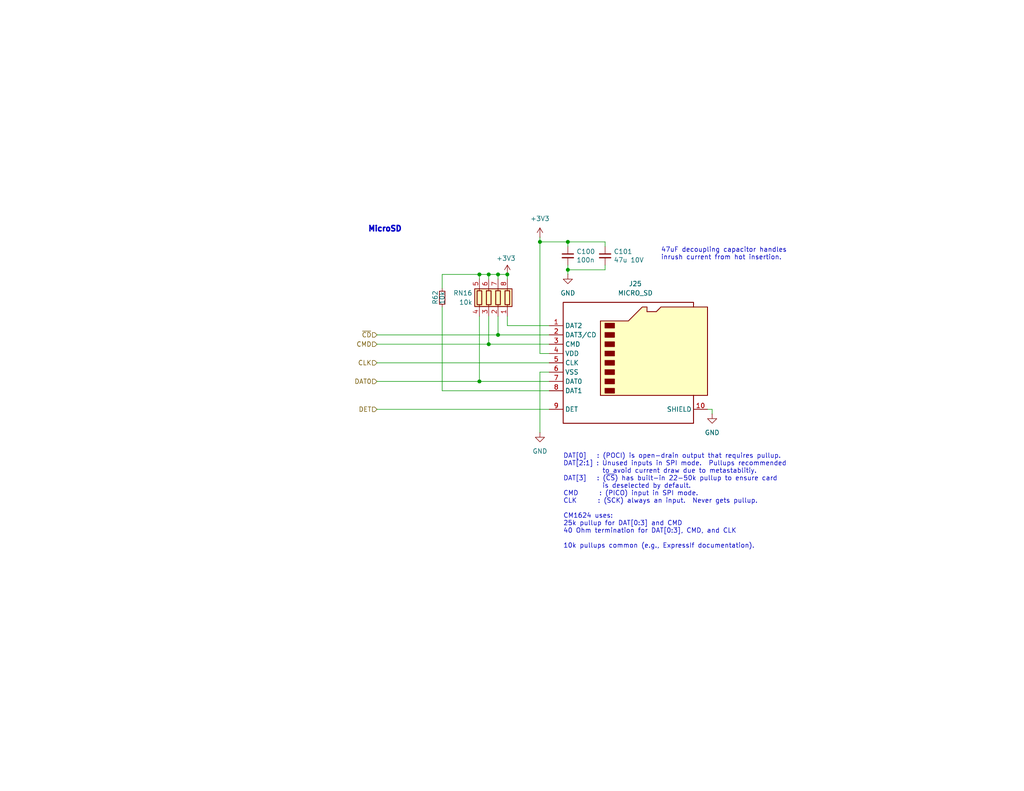
<source format=kicad_sch>
(kicad_sch (version 20231120) (generator "eeschema") (generator_version "8.0")
  (paper "A")
  (title_block (title "EconoPET 40/8096") (date "2023-10-01") (rev "A"))
  (lib_symbols
    (symbol "Connector:Micro_SD_Card_Det1"
      (property "Reference" "J" (at -16.51 17.78 0))
      (property "Value" "Micro_SD_Card_Det1" (at 16.51 17.78 0))
      (symbol "Micro_SD_Card_Det1_0_1"
        (rectangle (start -7.62 -6.985) (end -5.08 -8.255) (stroke (width 0.254)) (fill (type outline)))
        (rectangle (start -7.62 -4.445) (end -5.08 -5.715) (stroke (width 0.254)) (fill (type outline)))
        (rectangle (start -7.62 -1.905) (end -5.08 -3.175) (stroke (width 0.254)) (fill (type outline)))
        (rectangle (start -7.62 0.635) (end -5.08 -0.635) (stroke (width 0.254)) (fill (type outline)))
        (rectangle (start -7.62 3.175) (end -5.08 1.905) (stroke (width 0.254)) (fill (type outline)))
        (rectangle (start -7.62 5.715) (end -5.08 4.445) (stroke (width 0.254)) (fill (type outline)))
        (rectangle (start -7.62 8.255) (end -5.08 6.985) (stroke (width 0.254)) (fill (type outline)))
        (rectangle (start -7.62 10.795) (end -5.08 9.525) (stroke (width 0.254)) (fill (type outline)))
        (polyline (pts (xy 16.51 15.24) (xy 16.51 16.51) (xy -19.05 16.51) (xy -19.05 -16.51) (xy 16.51 -16.51) (xy 16.51 -8.89)) (stroke (width 0.254)))
        (polyline (pts (xy -8.89 -8.89) (xy -8.89 11.43) (xy -1.27 11.43) (xy 2.54 15.24) (xy 3.81 15.24) (xy 3.81 13.97) (xy 6.35 13.97) (xy 7.62 15.24) (xy 20.32 15.24) (xy 20.32 -8.89) (xy -8.89 -8.89)) (stroke (width 0.254)) (fill (type background)))
      )
      (symbol "Micro_SD_Card_Det1_1_1"
        (pin bidirectional line (at -22.86 10.16 0) (length 3.81) (name "DAT2") (number "1"))
        (pin passive line (at 20.32 -12.7 180) (length 3.81) (name "SHIELD") (number "10"))
        (pin bidirectional line (at -22.86 7.62 0) (length 3.81) (name "DAT3/CD") (number "2"))
        (pin input line (at -22.86 5.08 0) (length 3.81) (name "CMD") (number "3"))
        (pin power_in line (at -22.86 2.54 0) (length 3.81) (name "VDD") (number "4"))
        (pin input line (at -22.86 0 0) (length 3.81) (name "CLK") (number "5"))
        (pin power_in line (at -22.86 -2.54 0) (length 3.81) (name "VSS") (number "6"))
        (pin bidirectional line (at -22.86 -5.08 0) (length 3.81) (name "DAT0") (number "7"))
        (pin bidirectional line (at -22.86 -7.62 0) (length 3.81) (name "DAT1") (number "8"))
        (pin passive line (at -22.86 -12.7 0) (length 3.81) (name "DET") (number "9"))
      )
    )
    (symbol "Device:C_Small" (pin_numbers hide) (pin_names (offset 0.254) hide)
      (property "Reference" "C" (at 0.254 1.778 0))
      (property "Value" "C_Small" (at 0.254 -2.032 0))
      (symbol "C_Small_0_1"
        (polyline (pts (xy -1.524 -0.508) (xy 1.524 -0.508)) (stroke (width 0.3302)))
        (polyline (pts (xy -1.524 0.508) (xy 1.524 0.508)) (stroke (width 0.3048)))
      )
      (symbol "C_Small_1_1"
        (pin passive line (at 0 2.54 270) (length 2.032) (name "~") (number "1"))
        (pin passive line (at 0 -2.54 90) (length 2.032) (name "~") (number "2"))
      )
    )
    (symbol "Device:R_Pack04" (pin_names (offset 0) hide)
      (property "Reference" "RN" (at -7.62 0 90))
      (property "Value" "R_Pack04" (at 5.08 0 90))
      (symbol "R_Pack04_0_1"
        (rectangle (start -6.35 -2.413) (end 3.81 2.413) (stroke (width 0.254)) (fill (type background)))
        (rectangle (start -5.715 1.905) (end -4.445 -1.905) (stroke (width 0.254)))
        (rectangle (start -3.175 1.905) (end -1.905 -1.905) (stroke (width 0.254)))
        (rectangle (start -0.635 1.905) (end 0.635 -1.905) (stroke (width 0.254)))
        (polyline (pts (xy -5.08 -2.54) (xy -5.08 -1.905)))
        (polyline (pts (xy -5.08 1.905) (xy -5.08 2.54)))
        (polyline (pts (xy -2.54 -2.54) (xy -2.54 -1.905)))
        (polyline (pts (xy -2.54 1.905) (xy -2.54 2.54)))
        (polyline (pts (xy 0 -2.54) (xy 0 -1.905)))
        (polyline (pts (xy 0 1.905) (xy 0 2.54)))
        (polyline (pts (xy 2.54 -2.54) (xy 2.54 -1.905)))
        (polyline (pts (xy 2.54 1.905) (xy 2.54 2.54)))
        (rectangle (start 1.905 1.905) (end 3.175 -1.905) (stroke (width 0.254)))
      )
      (symbol "R_Pack04_1_1"
        (pin passive line (at -5.08 -5.08 90) (length 2.54) (name "R1.1") (number "1"))
        (pin passive line (at -2.54 -5.08 90) (length 2.54) (name "R2.1") (number "2"))
        (pin passive line (at 0 -5.08 90) (length 2.54) (name "R3.1") (number "3"))
        (pin passive line (at 2.54 -5.08 90) (length 2.54) (name "R4.1") (number "4"))
        (pin passive line (at 2.54 5.08 270) (length 2.54) (name "R4.2") (number "5"))
        (pin passive line (at 0 5.08 270) (length 2.54) (name "R3.2") (number "6"))
        (pin passive line (at -2.54 5.08 270) (length 2.54) (name "R2.2") (number "7"))
        (pin passive line (at -5.08 5.08 270) (length 2.54) (name "R1.2") (number "8"))
      )
    )
    (symbol "Device:R_Small" (pin_numbers hide) (pin_names (offset 0.254) hide)
      (property "Reference" "R" (at 0.762 0.508 0))
      (property "Value" "R_Small" (at 0.762 -1.016 0))
      (symbol "R_Small_0_1"
        (rectangle (start -0.762 1.778) (end 0.762 -1.778) (stroke (width 0.2032)))
      )
      (symbol "R_Small_1_1"
        (pin passive line (at 0 2.54 270) (length 0.762) (name "~") (number "1"))
        (pin passive line (at 0 -2.54 90) (length 0.762) (name "~") (number "2"))
      )
    )
    (symbol "power:+3V3" (power) (pin_numbers hide) (pin_names (offset 0) hide)
      (property "Value" "+3V3" (at 0 3.556 0))
      (symbol "+3V3_0_1"
        (polyline (pts (xy -0.762 1.27) (xy 0 2.54)))
        (polyline (pts (xy 0 0) (xy 0 2.54)))
        (polyline (pts (xy 0 2.54) (xy 0.762 1.27)))
      )
      (symbol "+3V3_1_1"
        (pin power_in line (at 0 0 90) (length 0) (name "~") (number "1"))
      )
    )
    (symbol "power:GND" (power) (pin_numbers hide) (pin_names (offset 0) hide)
      (property "Value" "GND" (at 0 -3.81 0))
      (symbol "GND_0_1"
        (polyline (pts (xy 0 0) (xy 0 -1.27) (xy 1.27 -1.27) (xy 0 -2.54) (xy -1.27 -1.27) (xy 0 -1.27)))
      )
      (symbol "GND_1_1"
        (pin power_in line (at 0 0 270) (length 0) (name "~") (number "1"))
      )
    )
  )
  (junction (at 130.81 104.14))
  (junction (at 130.81 74.93))
  (junction (at 154.94 73.66))
  (junction (at 154.94 66.04))
  (junction (at 147.32 66.04))
  (junction (at 135.89 91.44))
  (junction (at 135.89 74.93))
  (junction (at 138.43 74.93))
  (junction (at 133.35 93.98))
  (junction (at 133.35 74.93))
  (wire (pts (xy 165.1 73.66) (xy 165.1 72.39)))
  (wire (pts (xy 193.04 111.76) (xy 194.31 111.76)))
  (wire (pts (xy 149.86 96.52) (xy 147.32 96.52)))
  (wire (pts (xy 120.65 106.68) (xy 149.86 106.68)))
  (wire (pts (xy 120.65 74.93) (xy 130.81 74.93)))
  (wire (pts (xy 133.35 74.93) (xy 135.89 74.93)))
  (wire (pts (xy 130.81 74.93) (xy 133.35 74.93)))
  (wire (pts (xy 154.94 73.66) (xy 154.94 72.39)))
  (wire (pts (xy 149.86 88.9) (xy 138.43 88.9)))
  (wire (pts (xy 130.81 76.2) (xy 130.81 74.93)))
  (wire (pts (xy 154.94 67.31) (xy 154.94 66.04)))
  (wire (pts (xy 154.94 74.93) (xy 154.94 73.66)))
  (wire (pts (xy 147.32 101.6) (xy 147.32 118.11)))
  (wire (pts (xy 102.87 91.44) (xy 135.89 91.44)))
  (wire (pts (xy 147.32 64.77) (xy 147.32 66.04)))
  (wire (pts (xy 165.1 66.04) (xy 165.1 67.31)))
  (wire (pts (xy 120.65 78.74) (xy 120.65 74.93)))
  (wire (pts (xy 130.81 104.14) (xy 149.86 104.14)))
  (wire (pts (xy 102.87 111.76) (xy 149.86 111.76)))
  (wire (pts (xy 135.89 86.36) (xy 135.89 91.44)))
  (wire (pts (xy 133.35 86.36) (xy 133.35 93.98)))
  (wire (pts (xy 130.81 86.36) (xy 130.81 104.14)))
  (wire (pts (xy 102.87 99.06) (xy 149.86 99.06)))
  (wire (pts (xy 138.43 74.93) (xy 138.43 76.2)))
  (wire (pts (xy 147.32 66.04) (xy 154.94 66.04)))
  (wire (pts (xy 194.31 111.76) (xy 194.31 113.03)))
  (wire (pts (xy 149.86 101.6) (xy 147.32 101.6)))
  (wire (pts (xy 147.32 66.04) (xy 147.32 96.52)))
  (wire (pts (xy 133.35 93.98) (xy 149.86 93.98)))
  (wire (pts (xy 102.87 104.14) (xy 130.81 104.14)))
  (wire (pts (xy 135.89 91.44) (xy 149.86 91.44)))
  (wire (pts (xy 120.65 106.68) (xy 120.65 83.82)))
  (wire (pts (xy 102.87 93.98) (xy 133.35 93.98)))
  (wire (pts (xy 154.94 73.66) (xy 165.1 73.66)))
  (wire (pts (xy 138.43 86.36) (xy 138.43 88.9)))
  (wire (pts (xy 135.89 74.93) (xy 135.89 76.2)))
  (wire (pts (xy 135.89 74.93) (xy 138.43 74.93)))
  (wire (pts (xy 154.94 66.04) (xy 165.1 66.04)))
  (wire (pts (xy 133.35 74.93) (xy 133.35 76.2)))
  (text "47uF decoupling capacitor handles\ninrush current from hot insertion." (at 180.34 71.12 0) (effects (font (size 1.27 1.27)) (justify left bottom)))
  (text "DAT[0]   : (POCI) is open-drain output that requires pullup.\nDAT[2:1] : Unused inputs in SPI mode.  Pullups recommended\n           to avoid current draw due to metastablitiy.\nDAT[3]   : (~{CS}) has built-in 22-50k pullup to ensure card\n           is deselected by default.\nCMD      : (PICO) input in SPI mode.\nCLK      : (SCK) always an input.  Never gets pullup.\n\nCM1624 uses:\n25k pullup for DAT[0:3] and CMD\n40 Ohm termination for DAT[0:3], CMD, and CLK\n\n10k pullups common (e.g., ExpressIf documentation)." (at 153.67 149.86 0) (effects (font (size 1.27 1.27)) (justify left bottom)))
  (text "MicroSD" (at 100.33 63.5 0) (effects (font (size 1.5 1.5) (thickness 0.8) (bold yes)) (justify left bottom)))
  (hierarchical_label "CLK" (shape input) (at 102.87 99.06 180))
  (hierarchical_label "~{CD}" (shape input) (at 102.87 91.44 180))
  (hierarchical_label "DAT0" (shape input) (at 102.87 104.14 180))
  (hierarchical_label "CMD" (shape input) (at 102.87 93.98 180))
  (hierarchical_label "DET" (shape input) (at 102.87 111.76 180))
  (symbol (lib_id "power:+3V3") (at 138.43 74.93 0) (mirror y) (unit 1)
    (property "Reference" "#PWR0166" (effects (hide yes)))
    (property "Value" "+3V3" (at 138.049 70.5358 0))
    (property "Description" "Power symbol creates a global label with name \"+3V3\"" (effects (hide yes)))
  )
  (symbol (lib_id "power:+3V3") (at 147.32 64.77 0) (unit 1)
    (property "Reference" "#PWR0167" (effects (hide yes)))
    (property "Value" "+3V3" (at 147.32 59.69 0))
    (property "Description" "Power symbol creates a global label with name \"+3V3\"" (effects (hide yes)))
  )
  (symbol (lib_id "Connector:Micro_SD_Card_Det1") (at 172.72 99.06 0) (unit 1)
    (property "Reference" "J25" (at 173.355 77.47 0))
    (property "Value" "MICRO_SD" (at 173.355 80.01 0))
    (property "Footprint" "JLCPCB:TF-SMD_TF-PUSH" (effects (hide yes)))
    (property "Datasheet" "https://datasheet.lcsc.com/lcsc/1912111437_SHOU-HAN-TF-PUSH_C393941.pdf" (effects (hide yes)))
    (property "Description" "Micro SD Card Socket with one card detection pin" (effects (hide yes)))
    (property "LCSC" "C393941" (effects (hide yes)))
  )
  (symbol (lib_id "power:GND") (at 194.31 113.03 0) (unit 1)
    (property "Reference" "#PWR0170" (effects (hide yes)))
    (property "Value" "GND" (at 194.31 118.11 0))
    (property "Description" "Power symbol creates a global label with name \"GND\" , ground" (effects (hide yes)))
  )
  (symbol (lib_id "Device:R_Pack04") (at 133.35 81.28 0) (mirror y) (unit 1)
    (property "Reference" "RN16" (at 128.905 80.01 0) (effects (justify left)))
    (property "Value" "10k" (at 128.905 82.55 0) (effects (justify left)))
    (property "Footprint" "Resistor_SMD:R_Array_Convex_4x0603" (effects (hide yes)))
    (property "Datasheet" "https://datasheet.lcsc.com/lcsc/2304140030_UNI-ROYAL-Uniroyal-Elec-4D03WGJ0103T5E_C29718.pdf" (effects (hide yes)))
    (property "Description" "4 resistor network, parallel topology" (effects (hide yes)))
    (property "LCSC" "C29718" (effects (hide yes)))
  )
  (symbol (lib_id "power:GND") (at 147.32 118.11 0) (unit 1)
    (property "Reference" "#PWR0168" (effects (hide yes)))
    (property "Value" "GND" (at 147.32 123.19 0))
    (property "Description" "Power symbol creates a global label with name \"GND\" , ground" (effects (hide yes)))
  )
  (symbol (lib_id "Device:R_Small") (at 120.65 81.28 0) (unit 1)
    (property "Reference" "R62" (at 118.745 83.185 90) (effects (justify left)))
    (property "Value" "10k" (at 120.65 83.185 90) (effects (justify left)))
    (property "Footprint" "Resistor_SMD:R_0402_1005Metric" (effects (hide yes)))
    (property "Datasheet" "https://datasheet.lcsc.com/lcsc/2206010100_UNI-ROYAL-Uniroyal-Elec-0402WGF1002TCE_C25744.pdf" (effects (hide yes)))
    (property "LCSC" "C25744" (effects (hide yes)))
  )
  (symbol (lib_id "power:GND") (at 154.94 74.93 0) (unit 1)
    (property "Reference" "#PWR0169" (effects (hide yes)))
    (property "Value" "GND" (at 154.94 80.01 0))
    (property "Description" "Power symbol creates a global label with name \"GND\" , ground" (effects (hide yes)))
  )
  (symbol (lib_id "Device:C_Small") (at 165.1 69.85 0) (unit 1)
    (property "Reference" "C101" (at 167.4368 68.6816 0) (effects (justify left)))
    (property "Value" "47u 10V" (at 167.4368 70.993 0) (effects (justify left)))
    (property "Footprint" "Capacitor_SMD:C_1206_3216Metric" (effects (hide yes)))
    (property "Datasheet" "https://product.samsungsem.com/mlcc/CL31A476MPHNNN.do" (effects (hide yes)))
    (property "LCSC" "C96123" (effects (hide yes)))
  )
  (symbol (lib_id "Device:C_Small") (at 154.94 69.85 0) (unit 1)
    (property "Reference" "C100" (at 157.2768 68.6816 0) (effects (justify left)))
    (property "Value" "100n" (at 157.2768 70.993 0) (effects (justify left)))
    (property "Footprint" "Capacitor_SMD:C_0402_1005Metric" (effects (hide yes)))
    (property "Datasheet" "https://datasheet.lcsc.com/lcsc/2304140030_Samsung-Electro-Mechanics-CL05B104KB54PNC_C307331.pdf" (effects (hide yes)))
    (property "LCSC" "C307331" (effects (hide yes)))
  )
)
</source>
